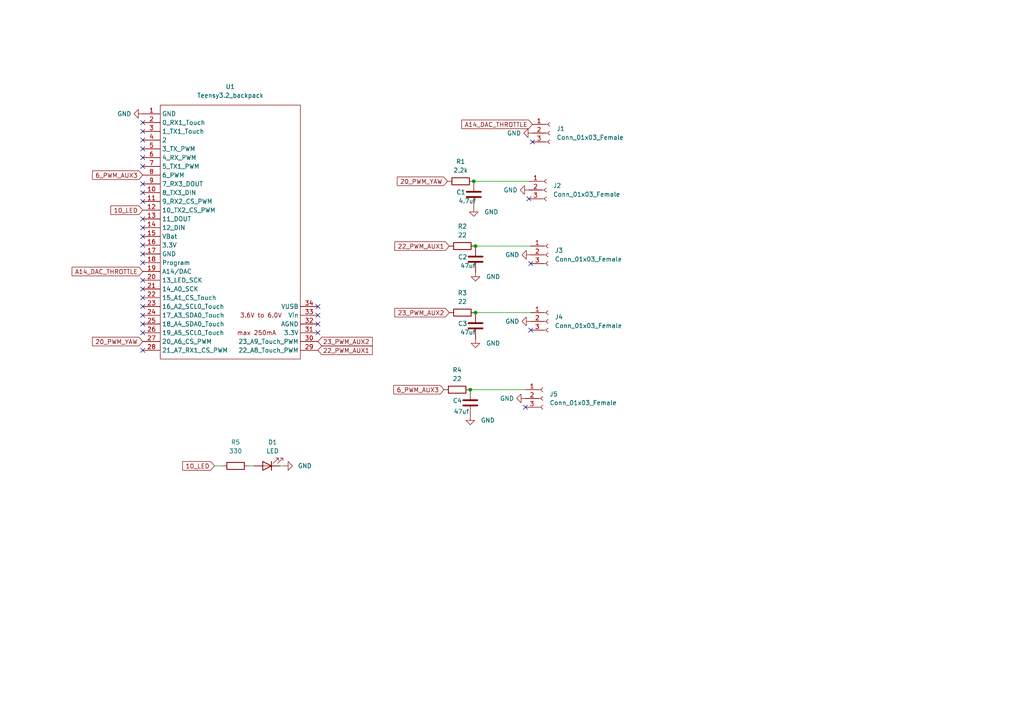
<source format=kicad_sch>
(kicad_sch (version 20211123) (generator eeschema)
  (paper "A4")
  (lib_symbols
    (symbol "Connector:Conn_01x03_Female" (pin_names (offset 1.016) hide)
      (property "Reference" "J" (at 0 5.08 0))
      (property "Value" "Conn_01x03_Female" (at 0 -5.08 0))
      (symbol "Conn_01x03_Female_1_1"
        (arc (start 0 -2.032) (mid -0.508 -2.54) (end 0 -3.048) (stroke (width 0.1524)))
        (polyline (pts (xy -1.27 -2.54) (xy -0.508 -2.54)) (stroke (width 0.1524)))
        (polyline (pts (xy -1.27 0) (xy -0.508 0)) (stroke (width 0.1524)))
        (polyline (pts (xy -1.27 2.54) (xy -0.508 2.54)) (stroke (width 0.1524)))
        (arc (start 0 0.508) (mid -0.508 0) (end 0 -0.508) (stroke (width 0.1524)))
        (arc (start 0 3.048) (mid -0.508 2.54) (end 0 2.032) (stroke (width 0.1524)))
        (pin passive line (at -5.08 2.54 0) (length 3.81) (name "Pin_1") (number "1"))
        (pin passive line (at -5.08 0 0) (length 3.81) (name "Pin_2") (number "2"))
        (pin passive line (at -5.08 -2.54 0) (length 3.81) (name "Pin_3") (number "3"))
      )
    )
    (symbol "Device:C" (pin_numbers hide) (pin_names (offset 0.254))
      (property "Reference" "C" (at 0.635 2.54 0))
      (property "Value" "C" (at 0.635 -2.54 0))
      (symbol "C_0_1"
        (polyline (pts (xy -2.032 -0.762) (xy 2.032 -0.762)) (stroke (width 0.508)))
        (polyline (pts (xy -2.032 0.762) (xy 2.032 0.762)) (stroke (width 0.508)))
      )
      (symbol "C_1_1"
        (pin passive line (at 0 3.81 270) (length 2.794) (name "~") (number "1"))
        (pin passive line (at 0 -3.81 90) (length 2.794) (name "~") (number "2"))
      )
    )
    (symbol "Device:LED" (pin_numbers hide) (pin_names (offset 1.016) hide)
      (property "Reference" "D" (at 0 2.54 0))
      (property "Value" "LED" (at 0 -2.54 0))
      (symbol "LED_0_1"
        (polyline (pts (xy -1.27 -1.27) (xy -1.27 1.27)) (stroke (width 0.254)))
        (polyline (pts (xy -1.27 0) (xy 1.27 0)))
        (polyline (pts (xy 1.27 -1.27) (xy 1.27 1.27) (xy -1.27 0) (xy 1.27 -1.27)) (stroke (width 0.254)))
        (polyline (pts (xy -3.048 -0.762) (xy -4.572 -2.286) (xy -3.81 -2.286) (xy -4.572 -2.286) (xy -4.572 -1.524)))
        (polyline (pts (xy -1.778 -0.762) (xy -3.302 -2.286) (xy -2.54 -2.286) (xy -3.302 -2.286) (xy -3.302 -1.524)))
      )
      (symbol "LED_1_1"
        (pin passive line (at 3.81 0 180) (length 2.54) (name "A") (number "1"))
        (pin passive line (at -3.81 0 0) (length 2.54) (name "K") (number "2"))
      )
    )
    (symbol "Device:R" (pin_numbers hide) (pin_names (offset 0))
      (property "Reference" "R" (at 2.032 0 90))
      (property "Value" "R" (at 0 0 90))
      (symbol "R_0_1"
        (rectangle (start -1.016 -2.54) (end 1.016 2.54) (stroke (width 0.254)))
      )
      (symbol "R_1_1"
        (pin passive line (at 0 3.81 270) (length 1.27) (name "~") (number "1"))
        (pin passive line (at 0 -3.81 90) (length 1.27) (name "~") (number "2"))
      )
    )
    (symbol "custom_symbol_lib:Teensy3.2_backpack"
      (property "Reference" "U" (at 0 0 0))
      (property "Value" "Teensy3.2_backpack" (at 0 -2.54 0))
      (symbol "Teensy3.2_backpack_0_0"
        (text "3.6V to 6.0V" (at 7.62 -67.31 0) (effects (font (size 1.27 1.27))))
        (text "max 250mA" (at 6.35 -72.39 0) (effects (font (size 1.27 1.27))))
      )
      (symbol "Teensy3.2_backpack_0_1"
        (rectangle (start -21.59 -80.01) (end 19.05 -6.35))
      )
      (symbol "Teensy3.2_backpack_1_1"
        (pin power_in line (at -26.67 -8.89 0) (length 5.08) (name "GND") (number "1"))
        (pin bidirectional line (at -26.67 -31.75 0) (length 5.08) (name "8_TX3_DIN") (number "10"))
        (pin bidirectional line (at -26.67 -34.29 0) (length 5.08) (name "9_RX2_CS_PWM") (number "11"))
        (pin bidirectional line (at -26.67 -36.83 0) (length 5.08) (name "10_TX2_CS_PWM") (number "12"))
        (pin bidirectional line (at -26.67 -39.37 0) (length 5.08) (name "11_DOUT") (number "13"))
        (pin bidirectional line (at -26.67 -41.91 0) (length 5.08) (name "12_DIN") (number "14"))
        (pin power_in line (at -26.67 -44.45 0) (length 5.08) (name "VBat") (number "15"))
        (pin power_out line (at -26.67 -46.99 0) (length 5.08) (name "3.3V") (number "16"))
        (pin power_in line (at -26.67 -49.53 0) (length 5.08) (name "GND") (number "17"))
        (pin input line (at -26.67 -52.07 0) (length 5.08) (name "Program") (number "18"))
        (pin bidirectional line (at -26.67 -54.61 0) (length 5.08) (name "A14/DAC") (number "19"))
        (pin bidirectional line (at -26.67 -11.43 0) (length 5.08) (name "0_RX1_Touch") (number "2"))
        (pin bidirectional line (at -26.67 -57.15 0) (length 5.08) (name "13_LED_SCK") (number "20"))
        (pin bidirectional line (at -26.67 -59.69 0) (length 5.08) (name "14_A0_SCK") (number "21"))
        (pin bidirectional line (at -26.67 -62.23 0) (length 5.08) (name "15_A1_CS_Touch") (number "22"))
        (pin bidirectional line (at -26.67 -64.77 0) (length 5.08) (name "16_A2_SCL0_Touch") (number "23"))
        (pin bidirectional line (at -26.67 -67.31 0) (length 5.08) (name "17_A3_SDA0_Touch") (number "24"))
        (pin bidirectional line (at -26.67 -69.85 0) (length 5.08) (name "18_A4_SDA0_Touch") (number "25"))
        (pin bidirectional line (at -26.67 -72.39 0) (length 5.08) (name "19_A5_SCL0_Touch") (number "26"))
        (pin bidirectional line (at -26.67 -74.93 0) (length 5.08) (name "20_A6_CS_PWM") (number "27"))
        (pin bidirectional line (at -26.67 -77.47 0) (length 5.08) (name "21_A7_RX1_CS_PWM") (number "28"))
        (pin bidirectional line (at 24.13 -77.47 180) (length 5.08) (name "22_A8_Touch_PWM") (number "29"))
        (pin bidirectional line (at -26.67 -13.97 0) (length 5.08) (name "1_TX1_Touch") (number "3"))
        (pin bidirectional line (at 24.13 -74.93 180) (length 5.08) (name "23_A9_Touch_PWM") (number "30"))
        (pin power_out line (at 24.13 -72.39 180) (length 5.08) (name "3.3V") (number "31"))
        (pin power_out line (at 24.13 -69.85 180) (length 5.08) (name "AGND") (number "32"))
        (pin power_in line (at 24.13 -67.31 180) (length 5.08) (name "Vin") (number "33"))
        (pin power_in line (at 24.13 -64.77 180) (length 5.08) (name "VUSB") (number "34"))
        (pin bidirectional line (at -26.67 -16.51 0) (length 5.08) (name "2") (number "4"))
        (pin bidirectional line (at -26.67 -19.05 0) (length 5.08) (name "3_TX_PWM") (number "5"))
        (pin bidirectional line (at -26.67 -21.59 0) (length 5.08) (name "4_RX_PWM") (number "6"))
        (pin bidirectional line (at -26.67 -24.13 0) (length 5.08) (name "5_TX1_PWM") (number "7"))
        (pin bidirectional line (at -26.67 -26.67 0) (length 5.08) (name "6_PWM") (number "8"))
        (pin bidirectional line (at -26.67 -29.21 0) (length 5.08) (name "7_RX3_DOUT") (number "9"))
      )
    )
    (symbol "power:GND" (power) (pin_names (offset 0))
      (property "Value" "GND" (at 0 -3.81 0))
      (symbol "GND_0_1"
        (polyline (pts (xy 0 0) (xy 0 -1.27) (xy 1.27 -1.27) (xy 0 -2.54) (xy -1.27 -1.27) (xy 0 -1.27)))
      )
      (symbol "GND_1_1"
        (pin power_in line (at 0 0 270) (length 0) hide (name "GND") (number "1"))
      )
    )
  )
  (junction (at 137.414 52.578))
  (junction (at 137.922 71.374))
  (junction (at 136.398 113.03))
  (junction (at 137.922 90.678))
  (no_connect (at 41.402 101.6))
  (no_connect (at 41.402 81.28))
  (no_connect (at 41.402 71.12))
  (no_connect (at 92.202 96.52))
  (no_connect (at 153.416 57.658))
  (no_connect (at 41.402 86.36))
  (no_connect (at 41.402 88.9))
  (no_connect (at 154.432 41.148))
  (no_connect (at 41.402 93.98))
  (no_connect (at 153.924 95.758))
  (no_connect (at 152.4 118.11))
  (no_connect (at 153.924 76.454))
  (no_connect (at 41.402 91.44))
  (no_connect (at 92.202 88.9))
  (no_connect (at 41.402 76.2))
  (no_connect (at 92.202 91.44))
  (no_connect (at 41.402 63.5))
  (no_connect (at 41.402 68.58))
  (no_connect (at 41.402 66.04))
  (no_connect (at 41.402 35.56))
  (no_connect (at 41.402 38.1))
  (no_connect (at 41.402 40.64))
  (no_connect (at 41.402 45.72))
  (no_connect (at 41.402 43.18))
  (no_connect (at 41.402 58.42))
  (no_connect (at 41.402 55.88))
  (no_connect (at 41.402 48.26))
  (no_connect (at 41.402 53.34))
  (no_connect (at 41.402 73.66))
  (no_connect (at 41.402 83.82))
  (no_connect (at 41.402 96.52))
  (no_connect (at 92.202 93.98))
  (wire (pts (xy 137.922 90.678) (xy 153.924 90.678)))
  (wire (pts (xy 137.922 71.374) (xy 153.924 71.374)))
  (wire (pts (xy 137.414 52.578) (xy 153.416 52.578)))
  (wire (pts (xy 81.28 135.128) (xy 82.296 135.128)))
  (wire (pts (xy 72.136 135.128) (xy 73.66 135.128)))
  (wire (pts (xy 136.398 113.03) (xy 152.4 113.03)))
  (wire (pts (xy 62.23 135.128) (xy 64.516 135.128)))
  (global_label "22_PWM_AUX1" (shape input) (at 130.302 71.374 180) (property "Intersheet References" "${INTERSHEET_REFS}" (effects hide)))
  (global_label "A14_DAC_THROTTLE" (shape input) (at 41.402 78.74 180) (property "Intersheet References" "${INTERSHEET_REFS}" (effects hide)))
  (global_label "6_PWM_AUX3" (shape input) (at 128.778 113.03 180) (property "Intersheet References" "${INTERSHEET_REFS}" (effects hide)))
  (global_label "23_PWM_AUX2" (shape input) (at 130.302 90.678 180) (property "Intersheet References" "${INTERSHEET_REFS}" (effects hide)))
  (global_label "23_PWM_AUX2" (shape input) (at 92.202 99.06 0) (property "Intersheet References" "${INTERSHEET_REFS}" (effects hide)))
  (global_label "20_PWM_YAW" (shape input) (at 129.794 52.578 180) (property "Intersheet References" "${INTERSHEET_REFS}" (effects hide)))
  (global_label "A14_DAC_THROTTLE" (shape input) (at 154.432 36.068 180) (property "Intersheet References" "${INTERSHEET_REFS}" (effects hide)))
  (global_label "22_PWM_AUX1" (shape input) (at 92.202 101.6 0) (property "Intersheet References" "${INTERSHEET_REFS}" (effects hide)))
  (global_label "10_LED" (shape input) (at 62.23 135.128 180) (property "Intersheet References" "${INTERSHEET_REFS}" (effects hide)))
  (global_label "6_PWM_AUX3" (shape input) (at 41.402 50.8 180) (property "Intersheet References" "${INTERSHEET_REFS}" (effects hide)))
  (global_label "10_LED" (shape input) (at 41.402 60.96 180) (property "Intersheet References" "${INTERSHEET_REFS}" (effects hide)))
  (global_label "20_PWM_YAW" (shape input) (at 41.402 99.06 180) (property "Intersheet References" "${INTERSHEET_REFS}" (effects hide)))
  (symbol (lib_id "Device:R") (at 134.112 71.374 90) (unit 1)
    (property "Reference" "R2" (at 134.112 65.659 90))
    (property "Value" "22" (at 134.112 68.199 90))
    (property "Footprint" "Resistor_SMD:R_0603_1608Metric" (effects hide))
  )
  (symbol (lib_id "custom_symbol_lib:Teensy3.2_backpack") (at 68.072 24.13 0) (unit 1)
    (property "Reference" "U1" (at 66.802 25.146 0))
    (property "Value" "Teensy3.2_backpack" (at 66.802 27.686 0))
    (property "Footprint" "teensy_library-master:Teensy30_31_32_outside_pins" (effects hide))
  )
  (symbol (lib_id "Device:R") (at 134.112 90.678 90) (unit 1)
    (property "Reference" "R3" (at 134.112 84.963 90))
    (property "Value" "22" (at 134.112 87.503 90))
    (property "Footprint" "Resistor_SMD:R_0603_1608Metric" (effects hide))
  )
  (symbol (lib_id "Device:C") (at 137.414 56.388 0) (unit 1)
    (property "Reference" "C1" (at 132.334 55.753 0) (effects (justify left)))
    (property "Value" "4.7uf" (at 132.969 58.293 0) (effects (justify left)))
    (property "Footprint" "Capacitor_SMD:C_0603_1608Metric" (effects hide))
  )
  (symbol (lib_id "power:GND") (at 41.402 33.02 270) (unit 1)
    (property "Reference" "#PWR0101" (effects hide))
    (property "Value" "GND" (at 38.1 33.0199 90) (effects (justify right)))
  )
  (symbol (lib_id "Device:C") (at 137.922 75.184 0) (unit 1)
    (property "Reference" "C2" (at 132.842 74.549 0) (effects (justify left)))
    (property "Value" "47uf" (at 133.477 77.089 0) (effects (justify left)))
    (property "Footprint" "Capacitor_SMD:C_0603_1608Metric" (effects hide))
  )
  (symbol (lib_id "power:GND") (at 153.924 93.218 270) (unit 1)
    (property "Reference" "#PWR0108" (effects hide))
    (property "Value" "GND" (at 150.622 93.2179 90) (effects (justify right)))
  )
  (symbol (lib_id "Connector:Conn_01x03_Female") (at 159.004 73.914 0) (unit 1)
    (property "Reference" "J3" (at 160.909 72.6439 0) (effects (justify left)))
    (property "Value" "Conn_01x03_Female" (at 160.909 75.1839 0) (effects (justify left)))
    (property "Footprint" "Connector_JST:JST_SH_BM03B-SRSS-TB_1x03-1MP_P1.00mm_Vertical" (effects hide))
  )
  (symbol (lib_id "power:GND") (at 136.398 120.65 0) (unit 1)
    (property "Reference" "#PWR0109" (effects hide))
    (property "Value" "GND" (at 139.446 121.9199 0) (effects (justify left)))
  )
  (symbol (lib_id "Device:C") (at 136.398 116.84 0) (unit 1)
    (property "Reference" "C4" (at 131.318 116.205 0) (effects (justify left)))
    (property "Value" "47uf" (at 131.572 119.38 0) (effects (justify left)))
    (property "Footprint" "Capacitor_SMD:C_0603_1608Metric" (effects hide))
  )
  (symbol (lib_id "Connector:Conn_01x03_Female") (at 157.48 115.57 0) (unit 1)
    (property "Reference" "J5" (at 159.385 114.2999 0) (effects (justify left)))
    (property "Value" "Conn_01x03_Female" (at 159.385 116.8399 0) (effects (justify left)))
    (property "Footprint" "Connector_JST:JST_SH_BM03B-SRSS-TB_1x03-1MP_P1.00mm_Vertical" (effects hide))
  )
  (symbol (lib_id "power:GND") (at 152.4 115.57 270) (unit 1)
    (property "Reference" "#PWR0110" (effects hide))
    (property "Value" "GND" (at 149.098 115.5699 90) (effects (justify right)))
  )
  (symbol (lib_id "Connector:Conn_01x03_Female") (at 159.004 93.218 0) (unit 1)
    (property "Reference" "J4" (at 160.909 91.9479 0) (effects (justify left)))
    (property "Value" "Conn_01x03_Female" (at 160.909 94.4879 0) (effects (justify left)))
    (property "Footprint" "Connector_JST:JST_SH_BM03B-SRSS-TB_1x03-1MP_P1.00mm_Vertical" (effects hide))
  )
  (symbol (lib_id "Connector:Conn_01x03_Female") (at 158.496 55.118 0) (unit 1)
    (property "Reference" "J2" (at 160.401 53.8479 0) (effects (justify left)))
    (property "Value" "Conn_01x03_Female" (at 160.401 56.3879 0) (effects (justify left)))
    (property "Footprint" "Connector_JST:JST_SH_BM03B-SRSS-TB_1x03-1MP_P1.00mm_Vertical" (effects hide))
  )
  (symbol (lib_id "power:GND") (at 153.924 73.914 270) (unit 1)
    (property "Reference" "#PWR0102" (effects hide))
    (property "Value" "GND" (at 150.622 73.9139 90) (effects (justify right)))
  )
  (symbol (lib_id "power:GND") (at 154.432 38.608 270) (unit 1)
    (property "Reference" "#PWR0103" (effects hide))
    (property "Value" "GND" (at 151.13 38.6079 90) (effects (justify right)))
  )
  (symbol (lib_id "power:GND") (at 82.296 135.128 90) (unit 1)
    (property "Reference" "#PWR0111" (effects hide))
    (property "Value" "GND" (at 86.36 135.1279 90) (effects (justify right)))
  )
  (symbol (lib_id "Device:R") (at 68.326 135.128 90) (unit 1)
    (property "Reference" "R5" (at 68.326 128.27 90))
    (property "Value" "330" (at 68.326 130.81 90))
    (property "Footprint" "Resistor_SMD:R_1206_3216Metric" (effects hide))
  )
  (symbol (lib_id "Device:R") (at 132.588 113.03 90) (unit 1)
    (property "Reference" "R4" (at 132.588 107.315 90))
    (property "Value" "22" (at 132.588 109.855 90))
    (property "Footprint" "Resistor_SMD:R_0603_1608Metric" (effects hide))
  )
  (symbol (lib_id "Connector:Conn_01x03_Female") (at 159.512 38.608 0) (unit 1)
    (property "Reference" "J1" (at 161.417 37.3379 0) (effects (justify left)))
    (property "Value" "Conn_01x03_Female" (at 161.417 39.8779 0) (effects (justify left)))
    (property "Footprint" "Connector_JST:JST_SH_BM03B-SRSS-TB_1x03-1MP_P1.00mm_Vertical" (effects hide))
  )
  (symbol (lib_id "power:GND") (at 137.414 60.198 0) (unit 1)
    (property "Reference" "#PWR0105" (effects hide))
    (property "Value" "GND" (at 140.462 61.4679 0) (effects (justify left)))
  )
  (symbol (lib_id "power:GND") (at 153.416 55.118 270) (unit 1)
    (property "Reference" "#PWR0106" (effects hide))
    (property "Value" "GND" (at 150.114 55.1179 90) (effects (justify right)))
  )
  (symbol (lib_id "Device:LED") (at 77.47 135.128 180) (unit 1)
    (property "Reference" "D1" (at 79.0575 128.27 0))
    (property "Value" "LED" (at 79.0575 130.81 0))
    (property "Footprint" "LED_SMD:LED_1206_3216Metric" (effects hide))
  )
  (symbol (lib_id "power:GND") (at 137.922 78.994 0) (unit 1)
    (property "Reference" "#PWR0104" (effects hide))
    (property "Value" "GND" (at 140.97 80.2639 0) (effects (justify left)))
  )
  (symbol (lib_id "power:GND") (at 137.922 98.298 0) (unit 1)
    (property "Reference" "#PWR0107" (effects hide))
    (property "Value" "GND" (at 140.97 99.5679 0) (effects (justify left)))
  )
  (symbol (lib_id "Device:R") (at 133.604 52.578 90) (unit 1)
    (property "Reference" "R1" (at 133.604 46.863 90))
    (property "Value" "2.2k" (at 133.604 49.403 90))
    (property "Footprint" "Resistor_SMD:R_0603_1608Metric" (effects hide))
  )
  (symbol (lib_id "Device:C") (at 137.922 94.488 0) (unit 1)
    (property "Reference" "C3" (at 132.842 93.853 0) (effects (justify left)))
    (property "Value" "47uf" (at 133.477 96.393 0) (effects (justify left)))
    (property "Footprint" "Capacitor_SMD:C_0603_1608Metric" (effects hide))
  )
)
</source>
